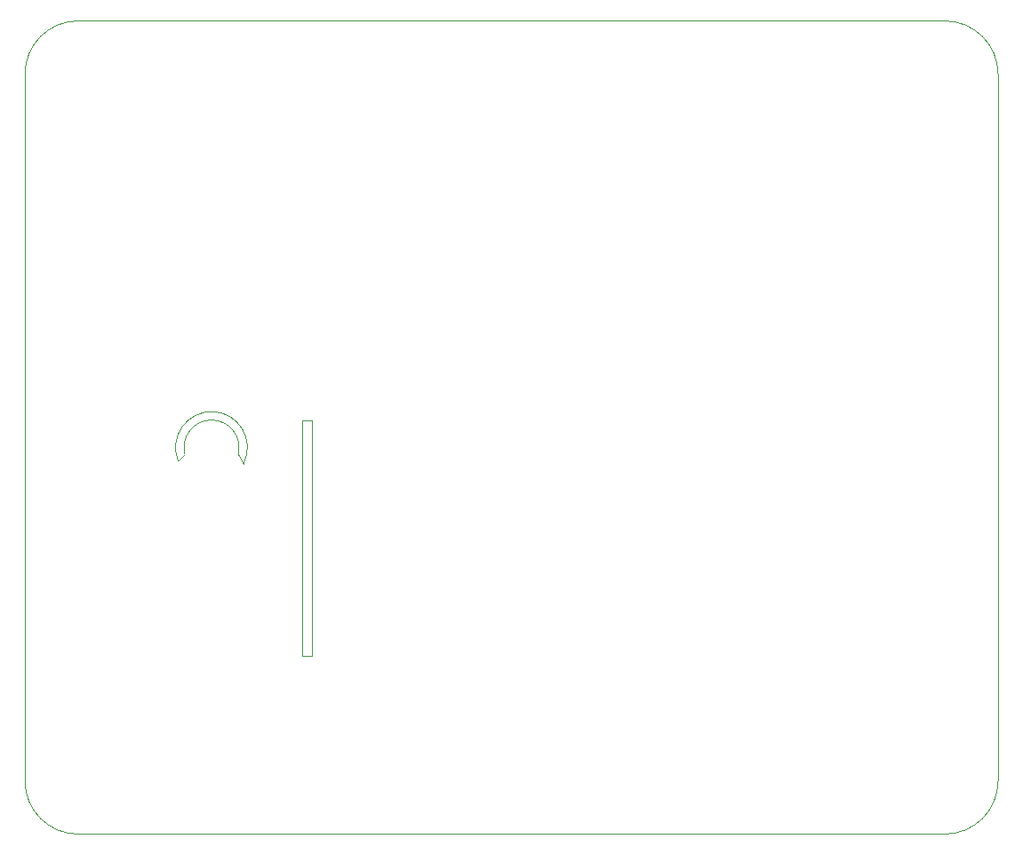
<source format=gbr>
%TF.GenerationSoftware,KiCad,Pcbnew,(6.0.4)*%
%TF.CreationDate,2023-05-30T10:31:34-05:00*%
%TF.ProjectId,Modulo de Practicas uPy,4d6f6475-6c6f-4206-9465-205072616374,rev?*%
%TF.SameCoordinates,Original*%
%TF.FileFunction,Profile,NP*%
%FSLAX46Y46*%
G04 Gerber Fmt 4.6, Leading zero omitted, Abs format (unit mm)*
G04 Created by KiCad (PCBNEW (6.0.4)) date 2023-05-30 10:31:34*
%MOMM*%
%LPD*%
G01*
G04 APERTURE LIST*
%TA.AperFunction,Profile*%
%ADD10C,0.100000*%
%TD*%
G04 APERTURE END LIST*
D10*
X179070000Y-43180000D02*
G75*
G03*
X173990000Y-38100000I-5080000J0D01*
G01*
X106680000Y-79375000D02*
G75*
G03*
X101600000Y-79375000I-2540000J635000D01*
G01*
X179070000Y-43180000D02*
X179070000Y-106680000D01*
X91440000Y-38100000D02*
G75*
G03*
X86360000Y-43180000I0J-5080000D01*
G01*
X179070000Y-110490000D02*
X179070000Y-106680000D01*
X96520000Y-115570000D02*
X91440000Y-115570000D01*
X173990000Y-115570000D02*
G75*
G03*
X179070000Y-110490000I0J5080000D01*
G01*
X173990000Y-115570000D02*
X96520000Y-115570000D01*
X91440000Y-38100000D02*
X173990000Y-38100000D01*
X112776000Y-76161900D02*
X113690400Y-76161900D01*
X113690400Y-76161900D02*
X113690400Y-98590100D01*
X113690400Y-98590100D02*
X112776000Y-98590100D01*
X112776000Y-98590100D02*
X112776000Y-76161900D01*
X101600000Y-79375000D02*
X100965001Y-80010000D01*
X106680000Y-79375000D02*
X107198564Y-80269282D01*
X86360000Y-110490000D02*
X86360000Y-43180000D01*
X86360000Y-110490000D02*
G75*
G03*
X91440000Y-115570000I5080000J0D01*
G01*
X107198564Y-80269282D02*
G75*
G03*
X100965001Y-80010000I-3058564J1529282D01*
G01*
M02*

</source>
